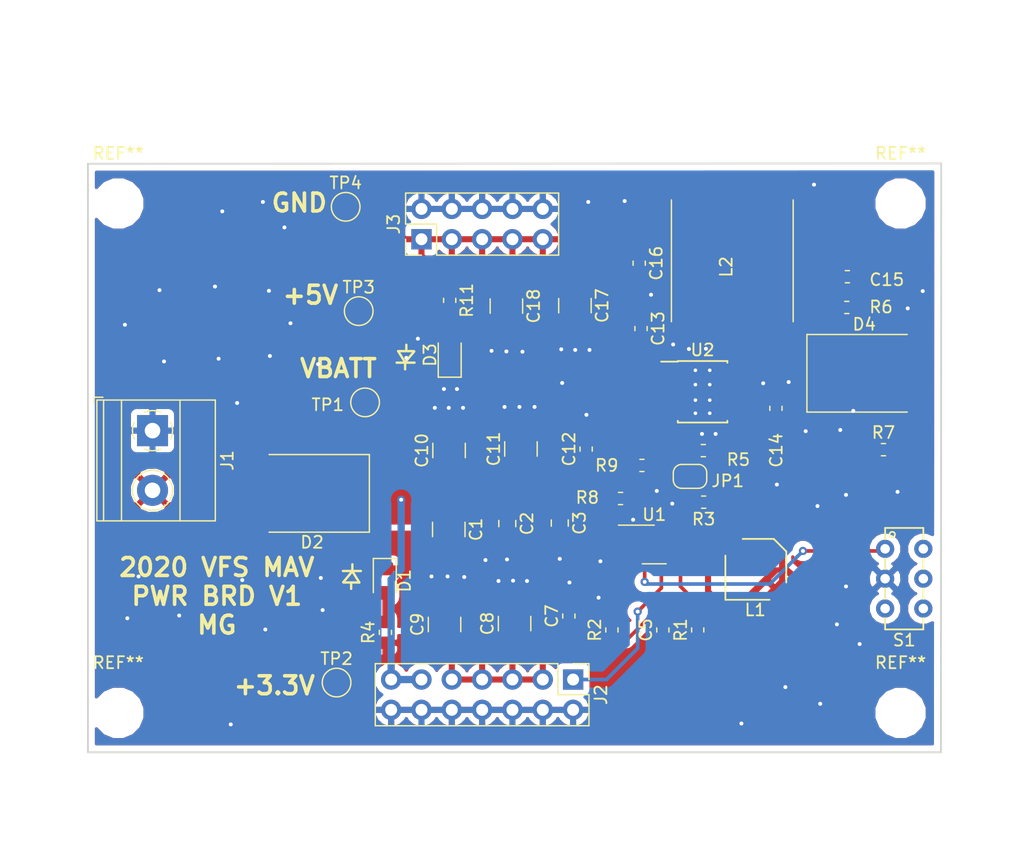
<source format=kicad_pcb>
(kicad_pcb (version 20171130) (host pcbnew "(5.0.0)")
  (layers (0 F.Cu signal) (31 B.Cu signal) (34 B.Paste user) (35 F.Paste user) (36 B.SilkS user) (37 F.SilkS user) (38 B.Mask user) (39 F.Mask user) (44 Edge.Cuts user))
  (net 0 "")
  (net 1 +BATT)
  (net 2 Earth)
  (net 3 "Net-(C5-Pad2)")
  (net 4 +3V3)
  (net 5 "Net-(C13-Pad1)")
  (net 6 "Net-(C13-Pad2)")
  (net 7 "Net-(C14-Pad1)")
  (net 8 +5V)
  (net 9 "Net-(C15-Pad2)")
  (net 10 "Net-(D1-Pad2)")
  (net 11 "Net-(D2-Pad2)")
  (net 12 "Net-(D3-Pad2)")
  (net 13 MCU_ENABLE)
  (net 14 "Net-(L1-Pad1)")
  (net 15 "Net-(R5-Pad2)")
  (net 16 "Net-(R8-Pad2)")
  (net 17 "Net-(S1-Pad3)")
  (net 18 "Net-(S1-Pad4)")
  (net 19 "Net-(S1-Pad5)")
  (net 20 "Net-(S1-Pad6)")
  (net 21 "Net-(JP1-Pad2)")
  (module MountingHole:MountingHole_3.2mm_M3 (layer F.Cu) (at 156.3624 74.2188)
    (fp_text reference REF** (at 0 -4.2) (layer F.SilkS))
    (fp_text value MountingHole_3.2mm_M3)
    (pad 1 np_thru_hole circle (at 0 0) (size 3.2 3.2) (drill 3.2) (layers *.Cu *.Mask))
  )
  (module MountingHole:MountingHole_3.2mm_M3 (layer F.Cu) (at 156.3624 116.8908)
    (fp_text reference REF** (at 0 -4.2) (layer F.SilkS))
    (fp_text value MountingHole_3.2mm_M3)
    (pad 1 np_thru_hole circle (at 0 0) (size 3.2 3.2) (drill 3.2) (layers *.Cu *.Mask))
  )
  (module MountingHole:MountingHole_3.2mm_M3 (layer F.Cu) (at 90.8304 116.8908)
    (fp_text reference REF** (at 0 -4.2) (layer F.SilkS))
    (fp_text value MountingHole_3.2mm_M3)
    (pad 1 np_thru_hole circle (at 0 0) (size 3.2 3.2) (drill 3.2) (layers *.Cu *.Mask))
  )
  (module Capacitor_SMD:C_1210_3225Metric_Pad1.42x2.65mm_HandSolder (layer F.Cu) (at 118.5164 101.5238 270)
    (fp_text reference C1 (at 0 -2.28 270) (layer F.SilkS))
    (fp_text value 22uF)
    (pad 1 smd roundrect (at -1.4875 0 270) (size 1.425 2.65) (layers F.Cu F.Paste F.Mask) (roundrect_rratio 0.175439) (net 1 +BATT))
    (pad 2 smd roundrect (at 1.4875 0 270) (size 1.425 2.65) (layers F.Cu F.Paste F.Mask) (roundrect_rratio 0.175439) (net 2 Earth))
  )
  (module Capacitor_SMD:C_0805_2012Metric_Pad1.15x1.40mm_HandSolder (layer F.Cu) (at 123.4186 101.0322 270)
    (fp_text reference C2 (at 0 -1.65 270) (layer F.SilkS))
    (fp_text value 10uF)
    (pad 2 smd roundrect (at 1.025 0 270) (size 1.15 1.4) (layers F.Cu F.Paste F.Mask) (roundrect_rratio 0.217391) (net 2 Earth))
    (pad 1 smd roundrect (at -1.025 0 270) (size 1.15 1.4) (layers F.Cu F.Paste F.Mask) (roundrect_rratio 0.217391) (net 1 +BATT))
  )
  (module Capacitor_SMD:C_0805_2012Metric_Pad1.15x1.40mm_HandSolder (layer F.Cu) (at 127.8128 100.9904 270)
    (fp_text reference C3 (at 0 -1.65 270) (layer F.SilkS))
    (fp_text value 10uF)
    (pad 1 smd roundrect (at -1.025 0 270) (size 1.15 1.4) (layers F.Cu F.Paste F.Mask) (roundrect_rratio 0.217391) (net 1 +BATT))
    (pad 2 smd roundrect (at 1.025 0 270) (size 1.15 1.4) (layers F.Cu F.Paste F.Mask) (roundrect_rratio 0.217391) (net 2 Earth))
  )
  (module Capacitor_SMD:C_0603_1608Metric_Pad1.05x0.95mm_HandSolder (layer F.Cu) (at 136.4488 109.9452 90)
    (fp_text reference C5 (at 0 -1.43 90) (layer F.SilkS))
    (fp_text value Cff)
    (pad 2 smd roundrect (at 0.875 0 90) (size 1.05 0.95) (layers F.Cu F.Paste F.Mask) (net 3 "Net-(C5-Pad2)"))
    (pad 1 smd roundrect (at -0.875 0 90) (size 1.05 0.95) (layers F.Cu F.Paste F.Mask) (net 4 +3V3))
  )
  (module Capacitor_SMD:C_0603_1608Metric_Pad1.05x0.95mm_HandSolder (layer F.Cu) (at 128.5748 108.7768 90)
    (fp_text reference C7 (at 0 -1.43 90) (layer F.SilkS))
    (fp_text value 1uF)
    (pad 2 smd roundrect (at 0.875 0 90) (size 1.05 0.95) (layers F.Cu F.Paste F.Mask) (net 2 Earth))
    (pad 1 smd roundrect (at -0.875 0 90) (size 1.05 0.95) (layers F.Cu F.Paste F.Mask) (net 4 +3V3))
  )
  (module Capacitor_SMD:C_1210_3225Metric_Pad1.42x2.65mm_HandSolder (layer F.Cu) (at 124.0282 109.4089 90)
    (fp_text reference C8 (at 0 -2.28 90) (layer F.SilkS))
    (fp_text value 22uF)
    (pad 1 smd roundrect (at -1.4875 0 90) (size 1.425 2.65) (layers F.Cu F.Paste F.Mask) (roundrect_rratio 0.175439) (net 4 +3V3))
    (pad 2 smd roundrect (at 1.4875 0 90) (size 1.425 2.65) (layers F.Cu F.Paste F.Mask) (roundrect_rratio 0.175439) (net 2 Earth))
  )
  (module Capacitor_SMD:C_1210_3225Metric_Pad1.42x2.65mm_HandSolder (layer F.Cu) (at 118.1608 109.4851 90)
    (fp_text reference C9 (at 0 -2.28 90) (layer F.SilkS))
    (fp_text value 22uF)
    (pad 1 smd roundrect (at -1.4875 0 90) (size 1.425 2.65) (layers F.Cu F.Paste F.Mask) (roundrect_rratio 0.175439) (net 4 +3V3))
    (pad 2 smd roundrect (at 1.4875 0 90) (size 1.425 2.65) (layers F.Cu F.Paste F.Mask) (roundrect_rratio 0.175439) (net 2 Earth))
  )
  (module Capacitor_SMD:C_1210_3225Metric_Pad1.42x2.65mm_HandSolder (layer F.Cu) (at 118.5418 94.9087 90)
    (fp_text reference C10 (at 0 -2.28 90) (layer F.SilkS))
    (fp_text value 4.7uF)
    (pad 1 smd roundrect (at -1.4875 0 90) (size 1.425 2.65) (layers F.Cu F.Paste F.Mask) (roundrect_rratio 0.175439) (net 1 +BATT))
    (pad 2 smd roundrect (at 1.4875 0 90) (size 1.425 2.65) (layers F.Cu F.Paste F.Mask) (roundrect_rratio 0.175439) (net 2 Earth))
  )
  (module Capacitor_SMD:C_1210_3225Metric_Pad1.42x2.65mm_HandSolder (layer F.Cu) (at 124.5616 94.7817 90)
    (fp_text reference C11 (at 0 -2.28 90) (layer F.SilkS))
    (fp_text value 4.7uF)
    (pad 2 smd roundrect (at 1.4875 0 90) (size 1.425 2.65) (layers F.Cu F.Paste F.Mask) (roundrect_rratio 0.175439) (net 2 Earth))
    (pad 1 smd roundrect (at -1.4875 0 90) (size 1.425 2.65) (layers F.Cu F.Paste F.Mask) (roundrect_rratio 0.175439) (net 1 +BATT))
  )
  (module Capacitor_SMD:C_0603_1608Metric_Pad1.05x0.95mm_HandSolder (layer F.Cu) (at 130.0226 94.7928 90)
    (fp_text reference C12 (at 0 -1.43 90) (layer F.SilkS))
    (fp_text value 1uF)
    (pad 2 smd roundrect (at 0.875 0 90) (size 1.05 0.95) (layers F.Cu F.Paste F.Mask) (net 2 Earth))
    (pad 1 smd roundrect (at -0.875 0 90) (size 1.05 0.95) (layers F.Cu F.Paste F.Mask) (net 1 +BATT))
  )
  (module Capacitor_SMD:C_0603_1608Metric_Pad1.05x0.95mm_HandSolder (layer F.Cu) (at 134.62 84.6976 270)
    (fp_text reference C13 (at 0 -1.43 270) (layer F.SilkS))
    (fp_text value .1uF)
    (pad 1 smd roundrect (at -0.875 0 270) (size 1.05 0.95) (layers F.Cu F.Paste F.Mask) (net 5 "Net-(C13-Pad1)"))
    (pad 2 smd roundrect (at 0.875 0 270) (size 1.05 0.95) (layers F.Cu F.Paste F.Mask) (net 6 "Net-(C13-Pad2)"))
  )
  (module Capacitor_SMD:C_0603_1608Metric_Pad1.05x0.95mm_HandSolder (layer F.Cu) (at 145.923 91.3778 90)
    (fp_text reference C14 (at -3.5166 0.0254 90) (layer F.SilkS))
    (fp_text value 22nF)
    (pad 1 smd roundrect (at -0.875 0 90) (size 1.05 0.95) (layers F.Cu F.Paste F.Mask) (net 7 "Net-(C14-Pad1)"))
    (pad 2 smd roundrect (at 0.875 0 90) (size 1.05 0.95) (layers F.Cu F.Paste F.Mask) (net 2 Earth))
  )
  (module Capacitor_SMD:C_0603_1608Metric_Pad1.05x0.95mm_HandSolder (layer F.Cu) (at 151.9047 80.3529)
    (fp_text reference C15 (at 3.302 0.254) (layer F.SilkS))
    (fp_text value 330pF)
    (pad 1 smd roundrect (at -0.875 0) (size 1.05 0.95) (layers F.Cu F.Paste F.Mask) (net 8 +5V))
    (pad 2 smd roundrect (at 0.875 0) (size 1.05 0.95) (layers F.Cu F.Paste F.Mask) (net 9 "Net-(C15-Pad2)"))
  )
  (module Capacitor_SMD:C_0603_1608Metric_Pad1.05x0.95mm_HandSolder (layer F.Cu) (at 134.4676 79.2226 270)
    (fp_text reference C16 (at 0 -1.43 270) (layer F.SilkS))
    (fp_text value 1uF)
    (pad 1 smd roundrect (at -0.875 0 270) (size 1.05 0.95) (layers F.Cu F.Paste F.Mask) (net 8 +5V))
    (pad 2 smd roundrect (at 0.875 0 270) (size 1.05 0.95) (layers F.Cu F.Paste F.Mask) (net 2 Earth))
  )
  (module Capacitor_SMD:C_1210_3225Metric_Pad1.42x2.65mm_HandSolder (layer F.Cu) (at 129.0828 82.7786 270)
    (fp_text reference C17 (at 0 -2.28 270) (layer F.SilkS))
    (fp_text value 22uF)
    (pad 2 smd roundrect (at 1.4875 0 270) (size 1.425 2.65) (layers F.Cu F.Paste F.Mask) (roundrect_rratio 0.175439) (net 2 Earth))
    (pad 1 smd roundrect (at -1.4875 0 270) (size 1.425 2.65) (layers F.Cu F.Paste F.Mask) (roundrect_rratio 0.175439) (net 8 +5V))
  )
  (module Capacitor_SMD:C_1210_3225Metric_Pad1.42x2.65mm_HandSolder (layer F.Cu) (at 123.3424 82.8151 270)
    (fp_text reference C18 (at 0 -2.28 270) (layer F.SilkS))
    (fp_text value 22uF)
    (pad 2 smd roundrect (at 1.4875 0 270) (size 1.425 2.65) (layers F.Cu F.Paste F.Mask) (roundrect_rratio 0.175439) (net 2 Earth))
    (pad 1 smd roundrect (at -1.4875 0 270) (size 1.425 2.65) (layers F.Cu F.Paste F.Mask) (roundrect_rratio 0.175439) (net 8 +5V))
  )
  (module LED_SMD:LED_0805_2012Metric_Pad1.15x1.40mm_HandSolder (layer F.Cu) (at 113.157 105.8164 270)
    (fp_text reference D1 (at 0 -1.65 270) (layer F.SilkS))
    (fp_text value LED)
    (pad 1 smd roundrect (at -1.025 0 270) (size 1.15 1.4) (layers F.Cu F.Paste F.Mask) (roundrect_rratio 0.217391) (net 2 Earth))
    (pad 2 smd roundrect (at 1.025 0 270) (size 1.15 1.4) (layers F.Cu F.Paste F.Mask) (roundrect_rratio 0.217391) (net 10 "Net-(D1-Pad2)"))
  )
  (module LED_SMD:LED_0805_2012Metric_Pad1.15x1.40mm_HandSolder (layer F.Cu) (at 118.5926 86.9098 90)
    (fp_text reference D3 (at 0 -1.65 90) (layer F.SilkS))
    (fp_text value LED)
    (pad 2 smd roundrect (at 1.025 0 90) (size 1.15 1.4) (layers F.Cu F.Paste F.Mask) (roundrect_rratio 0.217391) (net 12 "Net-(D3-Pad2)"))
    (pad 1 smd roundrect (at -1.025 0 90) (size 1.15 1.4) (layers F.Cu F.Paste F.Mask) (roundrect_rratio 0.217391) (net 2 Earth))
  )
  (module TerminalBlock_Phoenix:TerminalBlock_Phoenix_MKDS-1,5-2_1x02_P5.00mm_Horizontal (layer F.Cu) (at 93.7006 93.2472 270)
    (fp_text reference J1 (at 2.5 -6.26 270) (layer F.SilkS))
    (fp_text value Screw_Terminal_01x02)
    (pad 1 thru_hole rect (at 0 0 270) (size 2.6 2.6) (drill 1.3) (layers *.Cu *.Mask) (net 2 Earth))
    (pad 2 thru_hole circle (at 5 0 270) (size 2.6 2.6) (drill 1.3) (layers *.Cu *.Mask) (net 11 "Net-(D2-Pad2)"))
  )
  (module Connector_PinHeader_2.54mm:PinHeader_2x05_P2.54mm_Vertical (layer F.Cu) (at 116.2304 77.216 90)
    (fp_text reference J3 (at 1.27 -2.33 90) (layer F.SilkS))
    (fp_text value CONN_02X05)
    (pad 1 thru_hole rect (at 0 0 90) (size 1.7 1.7) (drill 1) (layers *.Cu *.Mask) (net 8 +5V))
    (pad 2 thru_hole oval (at 2.54 0 90) (size 1.7 1.7) (drill 1) (layers *.Cu *.Mask) (net 2 Earth))
    (pad 3 thru_hole oval (at 0 2.54 90) (size 1.7 1.7) (drill 1) (layers *.Cu *.Mask) (net 8 +5V))
    (pad 4 thru_hole oval (at 2.54 2.54 90) (size 1.7 1.7) (drill 1) (layers *.Cu *.Mask) (net 2 Earth))
    (pad 5 thru_hole oval (at 0 5.08 90) (size 1.7 1.7) (drill 1) (layers *.Cu *.Mask) (net 8 +5V))
    (pad 6 thru_hole oval (at 2.54 5.08 90) (size 1.7 1.7) (drill 1) (layers *.Cu *.Mask) (net 2 Earth))
    (pad 7 thru_hole oval (at 0 7.62 90) (size 1.7 1.7) (drill 1) (layers *.Cu *.Mask) (net 8 +5V))
    (pad 8 thru_hole oval (at 2.54 7.62 90) (size 1.7 1.7) (drill 1) (layers *.Cu *.Mask) (net 2 Earth))
    (pad 9 thru_hole oval (at 0 10.16 90) (size 1.7 1.7) (drill 1) (layers *.Cu *.Mask) (net 8 +5V))
    (pad 10 thru_hole oval (at 2.54 10.16 90) (size 1.7 1.7) (drill 1) (layers *.Cu *.Mask) (net 2 Earth))
  )
  (module DesignFootprintLib:L_Sumida_4.9x4.9mm_diag (layer F.Cu) (at 144.2368 104.8668)
    (fp_text reference L1 (at -0.05 3.4) (layer F.SilkS))
    (fp_text value 3.3uH)
    (pad 1 smd rect (at -2.2 -2.2 45) (size 2 2.2) (layers F.Cu F.Paste F.Mask) (net 14 "Net-(L1-Pad1)"))
    (pad 2 smd rect (at 2.2 2.2 45) (size 2 2.2) (layers F.Cu F.Paste F.Mask) (net 4 +3V3))
  )
  (module Inductor_SMD:L_TDK_VLF10040 (layer F.Cu) (at 142.2654 79.0236 90)
    (fp_text reference L2 (at -0.5038 -0.508 90) (layer F.SilkS))
    (fp_text value 4.7uH)
    (pad 1 smd rect (at -4.5 0 90) (size 1.7 3.6) (layers F.Cu F.Paste F.Mask) (net 5 "Net-(C13-Pad1)"))
    (pad 2 smd rect (at 4.5 0 90) (size 1.7 3.6) (layers F.Cu F.Paste F.Mask) (net 8 +5V))
  )
  (module Resistor_SMD:R_0603_1608Metric_Pad1.05x0.95mm_HandSolder (layer F.Cu) (at 139.3698 109.9452 90)
    (fp_text reference R1 (at 0 -1.43 90) (layer F.SilkS))
    (fp_text value 562k)
    (pad 2 smd roundrect (at 0.875 0 90) (size 1.05 0.95) (layers F.Cu F.Paste F.Mask) (net 3 "Net-(C5-Pad2)"))
    (pad 1 smd roundrect (at -0.875 0 90) (size 1.05 0.95) (layers F.Cu F.Paste F.Mask) (net 4 +3V3))
  )
  (module Resistor_SMD:R_0603_1608Metric_Pad1.05x0.95mm_HandSolder (layer F.Cu) (at 132.1816 109.9452 90)
    (fp_text reference R2 (at 0 -1.43 90) (layer F.SilkS))
    (fp_text value 180k)
    (pad 1 smd roundrect (at -0.875 0 90) (size 1.05 0.95) (layers F.Cu F.Paste F.Mask) (net 3 "Net-(C5-Pad2)"))
    (pad 2 smd roundrect (at 0.875 0 90) (size 1.05 0.95) (layers F.Cu F.Paste F.Mask) (net 2 Earth))
  )
  (module Resistor_SMD:R_0603_1608Metric_Pad1.05x0.95mm_HandSolder (layer F.Cu) (at 139.8664 99.2378 180)
    (fp_text reference R3 (at 0 -1.43 180) (layer F.SilkS))
    (fp_text value 10k)
    (pad 2 smd roundrect (at 0.875 0 180) (size 1.05 0.95) (layers F.Cu F.Paste F.Mask) (net 13 MCU_ENABLE))
    (pad 1 smd roundrect (at -0.875 0 180) (size 1.05 0.95) (layers F.Cu F.Paste F.Mask) (net 4 +3V3))
  )
  (module Resistor_SMD:R_0603_1608Metric_Pad1.05x0.95mm_HandSolder (layer F.Cu) (at 113.2078 110.1458 90)
    (fp_text reference R4 (at 0 -1.43 90) (layer F.SilkS))
    (fp_text value 1.2k)
    (pad 1 smd roundrect (at -0.875 0 90) (size 1.05 0.95) (layers F.Cu F.Paste F.Mask) (net 4 +3V3))
    (pad 2 smd roundrect (at 0.875 0 90) (size 1.05 0.95) (layers F.Cu F.Paste F.Mask) (net 10 "Net-(D1-Pad2)"))
  )
  (module Resistor_SMD:R_0603_1608Metric_Pad1.05x0.95mm_HandSolder (layer F.Cu) (at 139.8384 94.9198 180)
    (fp_text reference R5 (at -2.935 -0.762 180) (layer F.SilkS))
    (fp_text value 20k)
    (pad 1 smd roundrect (at -0.875 0 180) (size 1.05 0.95) (layers F.Cu F.Paste F.Mask) (net 2 Earth))
    (pad 2 smd roundrect (at 0.875 0 180) (size 1.05 0.95) (layers F.Cu F.Paste F.Mask) (net 15 "Net-(R5-Pad2)"))
  )
  (module Resistor_SMD:R_0603_1608Metric_Pad1.05x0.95mm_HandSolder (layer F.Cu) (at 151.8552 82.931 180)
    (fp_text reference R6 (at -2.8689 0.0381 180) (layer F.SilkS))
    (fp_text value 68k)
    (pad 1 smd roundrect (at -0.875 0 180) (size 1.05 0.95) (layers F.Cu F.Paste F.Mask) (net 9 "Net-(C15-Pad2)"))
    (pad 2 smd roundrect (at 0.875 0 180) (size 1.05 0.95) (layers F.Cu F.Paste F.Mask) (net 8 +5V))
  )
  (module Resistor_SMD:R_0603_1608Metric_Pad1.05x0.95mm_HandSolder (layer F.Cu) (at 154.9286 94.8436)
    (fp_text reference R7 (at 0 -1.43) (layer F.SilkS))
    (fp_text value 12k)
    (pad 2 smd roundrect (at 0.875 0) (size 1.05 0.95) (layers F.Cu F.Paste F.Mask) (net 2 Earth))
    (pad 1 smd roundrect (at -0.875 0) (size 1.05 0.95) (layers F.Cu F.Paste F.Mask) (net 9 "Net-(C15-Pad2)"))
  )
  (module Resistor_SMD:R_0603_1608Metric_Pad1.05x0.95mm_HandSolder (layer F.Cu) (at 132.9068 98.933)
    (fp_text reference R8 (at -2.7826 -0.0762) (layer F.SilkS))
    (fp_text value 180k)
    (pad 2 smd roundrect (at 0.875 0) (size 1.05 0.95) (layers F.Cu F.Paste F.Mask) (net 16 "Net-(R8-Pad2)"))
    (pad 1 smd roundrect (at -0.875 0) (size 1.05 0.95) (layers F.Cu F.Paste F.Mask) (net 1 +BATT))
  )
  (module Resistor_SMD:R_0603_1608Metric_Pad1.05x0.95mm_HandSolder (layer F.Cu) (at 134.6962 96.1644 180)
    (fp_text reference R9 (at 2.9464 0 180) (layer F.SilkS))
    (fp_text value 80k)
    (pad 2 smd roundrect (at 0.875 0 180) (size 1.05 0.95) (layers F.Cu F.Paste F.Mask) (net 16 "Net-(R8-Pad2)"))
    (pad 1 smd roundrect (at -0.875 0 180) (size 1.05 0.95) (layers F.Cu F.Paste F.Mask) (net 2 Earth))
  )
  (module Resistor_SMD:R_0603_1608Metric_Pad1.05x0.95mm_HandSolder (layer F.Cu) (at 118.5926 82.3354 270)
    (fp_text reference R11 (at 0 -1.43 270) (layer F.SilkS))
    (fp_text value 2.71k)
    (pad 1 smd roundrect (at -0.875 0 270) (size 1.05 0.95) (layers F.Cu F.Paste F.Mask) (net 8 +5V))
    (pad 2 smd roundrect (at 0.875 0 270) (size 1.05 0.95) (layers F.Cu F.Paste F.Mask) (net 12 "Net-(D3-Pad2)"))
  )
  (module DesignFootprintLib:SPDT_MHSS1104 (layer F.Cu) (at 155.067 103.1494)
    (fp_text reference S1 (at 1.6 7.65) (layer F.SilkS))
    (fp_text value SPDT_MHSS1104)
    (pad 1 thru_hole circle (at 0 0) (size 1.524 1.524) (drill 0.8) (layers *.Cu *.Mask) (net 16 "Net-(R8-Pad2)"))
    (pad 2 thru_hole circle (at 0 2.5) (size 1.524 1.524) (drill 0.8) (layers *.Cu *.Mask) (net 2 Earth))
    (pad 3 thru_hole circle (at 0 5) (size 1.524 1.524) (drill 0.8) (layers *.Cu *.Mask) (net 17 "Net-(S1-Pad3)"))
    (pad 4 thru_hole circle (at 3.2 5) (size 1.524 1.524) (drill 0.8) (layers *.Cu *.Mask) (net 18 "Net-(S1-Pad4)"))
    (pad 5 thru_hole circle (at 3.2 2.5) (size 1.524 1.524) (drill 0.8) (layers *.Cu *.Mask) (net 19 "Net-(S1-Pad5)"))
    (pad 6 thru_hole circle (at 3.2 0) (size 1.524 1.524) (drill 0.8) (layers *.Cu *.Mask) (net 20 "Net-(S1-Pad6)"))
  )
  (module TestPoint:TestPoint_Pad_D2.0mm (layer F.Cu) (at 111.506 90.8812)
    (fp_text reference TP1 (at -3.1242 0.2032) (layer F.SilkS))
    (fp_text value TestPoint)
    (pad 1 smd circle (at 0 0) (size 2 2) (layers F.Cu F.Mask) (net 1 +BATT))
  )
  (module TestPoint:TestPoint_Pad_D2.0mm (layer F.Cu) (at 109.1184 114.3508)
    (fp_text reference TP2 (at 0 -1.998) (layer F.SilkS))
    (fp_text value TestPoint)
    (pad 1 smd circle (at 0 0) (size 2 2) (layers F.Cu F.Mask) (net 4 +3V3))
  )
  (module TestPoint:TestPoint_Pad_D2.0mm (layer F.Cu) (at 110.9726 83.2358)
    (fp_text reference TP3 (at 0 -1.998) (layer F.SilkS))
    (fp_text value TestPoint)
    (pad 1 smd circle (at 0 0) (size 2 2) (layers F.Cu F.Mask) (net 8 +5V))
  )
  (module TestPoint:TestPoint_Pad_D2.0mm (layer F.Cu) (at 109.8804 74.4982)
    (fp_text reference TP4 (at 0 -1.998) (layer F.SilkS))
    (fp_text value TestPoint)
    (pad 1 smd circle (at 0 0) (size 2 2) (layers F.Cu F.Mask) (net 2 Earth))
  )
  (module Package_SO:VSSOP-8_3.0x3.0mm_P0.65mm (layer F.Cu) (at 135.7278 102.784)
    (fp_text reference U1 (at 0 -2.5) (layer F.SilkS))
    (fp_text value TPS62160)
    (pad 1 smd rect (at -2.2 -0.975 270) (size 0.45 1.45) (layers F.Cu F.Paste F.Mask) (net 2 Earth))
    (pad 2 smd rect (at -2.2 -0.325 270) (size 0.45 1.45) (layers F.Cu F.Paste F.Mask) (net 1 +BATT))
    (pad 3 smd rect (at -2.2 0.325 270) (size 0.45 1.45) (layers F.Cu F.Paste F.Mask) (net 16 "Net-(R8-Pad2)"))
    (pad 4 smd rect (at -2.2 0.975 270) (size 0.45 1.45) (layers F.Cu F.Paste F.Mask) (net 2 Earth))
    (pad 5 smd rect (at 2.2 0.975 270) (size 0.45 1.45) (layers F.Cu F.Paste F.Mask) (net 3 "Net-(C5-Pad2)"))
    (pad 6 smd rect (at 2.2 0.325 270) (size 0.45 1.45) (layers F.Cu F.Paste F.Mask) (net 4 +3V3))
    (pad 7 smd rect (at 2.2 -0.325 270) (size 0.45 1.45) (layers F.Cu F.Paste F.Mask) (net 14 "Net-(L1-Pad1)"))
    (pad 8 smd rect (at 2.2 -0.975 270) (size 0.45 1.45) (layers F.Cu F.Paste F.Mask) (net 13 MCU_ENABLE))
  )
  (module Housings_SOIC:TI_SO-PowerPAD-8_ThermalVias (layer F.Cu) (at 139.7762 89.9922)
    (fp_text reference U2 (at 0 -3.5) (layer F.SilkS))
    (fp_text value LMR14050)
    (pad 9 smd rect (at 0 0) (size 2.6 3.1) (layers F.Cu F.Paste F.Mask) (net 2 Earth))
    (pad 9 smd rect (at 0 0) (size 2.95 4.5) (layers F.Cu) (net 2 Earth))
    (pad 1 smd rect (at -2.7 -1.905) (size 1.55 0.6) (layers F.Cu F.Paste F.Mask) (net 6 "Net-(C13-Pad2)"))
    (pad 2 smd rect (at -2.7 -0.635) (size 1.55 0.6) (layers F.Cu F.Paste F.Mask) (net 1 +BATT))
    (pad 3 smd rect (at -2.7 0.635) (size 1.55 0.6) (layers F.Cu F.Paste F.Mask) (net 21 "Net-(JP1-Pad2)"))
    (pad 4 smd rect (at -2.7 1.905) (size 1.55 0.6) (layers F.Cu F.Paste F.Mask) (net 15 "Net-(R5-Pad2)"))
    (pad 5 smd rect (at 2.7 1.905) (size 1.55 0.6) (layers F.Cu F.Paste F.Mask) (net 9 "Net-(C15-Pad2)"))
    (pad 6 smd rect (at 2.7 0.635) (size 1.55 0.6) (layers F.Cu F.Paste F.Mask) (net 7 "Net-(C14-Pad1)"))
    (pad 7 smd rect (at 2.7 -0.635) (size 1.55 0.6) (layers F.Cu F.Paste F.Mask) (net 2 Earth))
    (pad 8 smd rect (at 2.7 -1.905) (size 1.55 0.6) (layers F.Cu F.Paste F.Mask) (net 5 "Net-(C13-Pad1)"))
    (pad 9 smd rect (at 0 0) (size 2.95 4.5) (layers B.Cu) (net 2 Earth))
    (pad 9 thru_hole circle (at -0.6 -1.8) (size 0.6 0.6) (drill 0.3) (layers *.Cu) (net 2 Earth))
    (pad 9 thru_hole circle (at -0.6 -0.6) (size 0.6 0.6) (drill 0.3) (layers *.Cu) (net 2 Earth))
    (pad 9 thru_hole circle (at 0.6 -0.6) (size 0.6 0.6) (drill 0.3) (layers *.Cu) (net 2 Earth))
    (pad 9 thru_hole circle (at 0.6 -1.8) (size 0.6 0.6) (drill 0.3) (layers *.Cu) (net 2 Earth))
    (pad 9 thru_hole circle (at -0.6 1.8) (size 0.6 0.6) (drill 0.3) (layers *.Cu) (net 2 Earth))
    (pad 9 thru_hole circle (at -0.6 0.7) (size 0.6 0.6) (drill 0.3) (layers *.Cu) (net 2 Earth))
    (pad 9 thru_hole circle (at 0.6 0.7) (size 0.6 0.6) (drill 0.3) (layers *.Cu) (net 2 Earth))
    (pad 9 thru_hole circle (at 0.6 1.8) (size 0.6 0.6) (drill 0.3) (layers *.Cu) (net 2 Earth))
  )
  (module Diode_SMD:D_SMC (layer F.Cu) (at 107.0646 98.5012 180)
    (fp_text reference D2 (at 0 -4.1 180) (layer F.SilkS))
    (fp_text value CDBC540-G)
    (pad 2 smd rect (at 3.4 0 270) (size 3.3 2.5) (layers F.Cu F.Paste F.Mask) (net 11 "Net-(D2-Pad2)"))
    (pad 1 smd rect (at -3.4 0 270) (size 3.3 2.5) (layers F.Cu F.Paste F.Mask) (net 1 +BATT))
  )
  (module Diode_SMD:D_SMC (layer F.Cu) (at 153.318 88.4428)
    (fp_text reference D4 (at 0 -4.1) (layer F.SilkS))
    (fp_text value CDBC540-G)
    (pad 1 smd rect (at -3.4 0 90) (size 3.3 2.5) (layers F.Cu F.Paste F.Mask) (net 5 "Net-(C13-Pad1)"))
    (pad 2 smd rect (at 3.4 0 90) (size 3.3 2.5) (layers F.Cu F.Paste F.Mask) (net 2 Earth))
  )
  (module Connector_PinHeader_2.54mm:PinHeader_2x07_P2.54mm_Vertical (layer F.Cu) (at 128.9304 114.0968 270)
    (fp_text reference J2 (at 1.27 -2.33 270) (layer F.SilkS))
    (fp_text value Conn_02x07_Odd_Even)
    (pad 1 thru_hole rect (at 0 0 270) (size 1.7 1.7) (drill 1) (layers *.Cu *.Mask) (net 13 MCU_ENABLE))
    (pad 2 thru_hole oval (at 2.54 0 270) (size 1.7 1.7) (drill 1) (layers *.Cu *.Mask) (net 2 Earth))
    (pad 3 thru_hole oval (at 0 2.54 270) (size 1.7 1.7) (drill 1) (layers *.Cu *.Mask) (net 4 +3V3))
    (pad 4 thru_hole oval (at 2.54 2.54 270) (size 1.7 1.7) (drill 1) (layers *.Cu *.Mask) (net 2 Earth))
    (pad 5 thru_hole oval (at 0 5.08 270) (size 1.7 1.7) (drill 1) (layers *.Cu *.Mask) (net 4 +3V3))
    (pad 6 thru_hole oval (at 2.54 5.08 270) (size 1.7 1.7) (drill 1) (layers *.Cu *.Mask) (net 2 Earth))
    (pad 7 thru_hole oval (at 0 7.62 270) (size 1.7 1.7) (drill 1) (layers *.Cu *.Mask) (net 4 +3V3))
    (pad 8 thru_hole oval (at 2.54 7.62 270) (size 1.7 1.7) (drill 1) (layers *.Cu *.Mask) (net 2 Earth))
    (pad 9 thru_hole oval (at 0 10.16 270) (size 1.7 1.7) (drill 1) (layers *.Cu *.Mask) (net 4 +3V3))
    (pad 10 thru_hole oval (at 2.54 10.16 270) (size 1.7 1.7) (drill 1) (layers *.Cu *.Mask) (net 2 Earth))
    (pad 11 thru_hole oval (at 0 12.7 270) (size 1.7 1.7) (drill 1) (layers *.Cu *.Mask) (net 1 +BATT))
    (pad 12 thru_hole oval (at 2.54 12.7 270) (size 1.7 1.7) (drill 1) (layers *.Cu *.Mask) (net 2 Earth))
    (pad 13 thru_hole oval (at 0 15.24 270) (size 1.7 1.7) (drill 1) (layers *.Cu *.Mask) (net 1 +BATT))
    (pad 14 thru_hole oval (at 2.54 15.24 270) (size 1.7 1.7) (drill 1) (layers *.Cu *.Mask) (net 2 Earth))
  )
  (module MountingHole:MountingHole_3.2mm_M3 (layer F.Cu) (at 90.8304 74.2188)
    (fp_text reference REF** (at 0 -4.2) (layer F.SilkS))
    (fp_text value MountingHole_3.2mm_M3)
    (pad 1 np_thru_hole circle (at 0 0) (size 3.2 3.2) (drill 3.2) (layers *.Cu *.Mask))
  )
  (module Jumper:SolderJumper-2_P1.3mm_Open_RoundedPad1.0x1.5mm (layer F.Cu) (at 138.7244 97.0788 180)
    (fp_text reference JP1 (at -3.16 -0.381 180) (layer F.SilkS))
    (fp_text value SolderJumper_2_Open)
    (pad 1 smd custom (at -0.65 0 180) (size 1 0.5) (layers F.Cu F.Mask) (net 13 MCU_ENABLE) (options (clearance outline) (anchor rect)) (primitives (gr_circle (center 0 0.25) (end 0.5 0.25) (width 0)) (gr_circle (center 0 -0.25) (end 0.5 -0.25) (width 0)) (gr_poly (pts (xy 0 -0.75) (xy 0.5 -0.75) (xy 0.5 0.75) (xy 0 0.75)) (width 0))))
    (pad 2 smd custom (at 0.65 0 180) (size 1 0.5) (layers F.Cu F.Mask) (net 21 "Net-(JP1-Pad2)") (options (clearance outline) (anchor rect)) (primitives (gr_circle (center 0 0.25) (end 0.5 0.25) (width 0)) (gr_circle (center 0 -0.25) (end 0.5 -0.25) (width 0)) (gr_poly (pts (xy 0 -0.75) (xy -0.5 -0.75) (xy -0.5 0.75) (xy 0 0.75)) (width 0))))
  )
  (gr_text VBATT (at 109.2708 88.0364) (layer F.SilkS) (effects (font (size 1.5 1.5) (thickness 0.3))))
  (gr_line (start 88.2904 70.8914) (end 88.2904 73.3298) (layer Edge.Cuts) (width 0.15))
  (gr_line (start 159.766 70.866) (end 88.2904 70.8914) (layer Edge.Cuts) (width 0.15))
  (gr_line (start 159.766 72.7964) (end 159.766 70.866) (layer Edge.Cuts) (width 0.15))
  (gr_line (start 159.7406 120.1928) (end 159.766 72.7964) (layer Edge.Cuts) (width 0.15))
  (gr_line (start 88.2904 120.1928) (end 159.7406 120.1928) (layer Edge.Cuts) (width 0.15))
  (gr_text +3.3V (at 103.9114 114.6048) (layer F.SilkS) (effects (font (size 1.5 1.5) (thickness 0.3))))
  (gr_text +5V (at 106.934 81.8896) (layer F.SilkS) (effects (font (size 1.5 1.5) (thickness 0.3))))
  (gr_text GND (at 105.9942 74.168) (layer F.SilkS) (effects (font (size 1.5 1.5) (thickness 0.3))))
  (gr_line (start 109.7026 105.9688) (end 111.0234 105.9688) (layer F.SilkS) (width 0.2))
  (gr_line (start 109.6518 105.0036) (end 111.1504 105.0036) (layer F.SilkS) (width 0.2))
  (gr_line (start 110.4392 105.029) (end 109.6772 105.9434) (layer F.SilkS) (width 0.2))
  (gr_line (start 110.3376 106.0196) (end 110.3376 106.5022) (layer F.SilkS) (width 0.2))
  (gr_line (start 111.0234 105.9688) (end 110.4392 105.029) (layer F.SilkS) (width 0.2))
  (gr_line (start 110.4392 105.0036) (end 110.4392 104.4448) (layer F.SilkS) (width 0.2))
  (gr_line (start 114.8588 87.5538) (end 114.8588 88.1126) (layer F.SilkS) (width 0.2))
  (gr_line (start 114.9604 86.5378) (end 114.9604 86.0552) (layer F.SilkS) (width 0.2))
  (gr_line (start 115.5954 86.5886) (end 114.2746 86.5886) (layer F.SilkS) (width 0.2))
  (gr_line (start 115.6462 87.5538) (end 114.1476 87.5538) (layer F.SilkS) (width 0.2))
  (gr_line (start 114.2746 86.5886) (end 114.8588 87.5284) (layer F.SilkS) (width 0.2))
  (gr_line (start 114.8588 87.5284) (end 115.6208 86.614) (layer F.SilkS) (width 0.2))
  (gr_text "2020 VFS MAV\nPWR BRD V1\nMG" (at 99.0854 107.1118) (layer F.SilkS) (effects (font (size 1.5 1.5) (thickness 0.3))))
  (gr_line (start 88.2904 72.669339) (end 88.2904 120.167458) (layer Edge.Cuts) (width 0.15))
  (segment (start 110.4646 98.5012) (end 113.9698 98.5012) (width 0.3048) (layer F.Cu) (net 1))
  (via (at 114.5286 99.0346) (size 0.6858) (drill 0.3302) (layers F.Cu B.Cu) (net 1))
  (segment (start 113.9698 98.5012) (end 114.5032 99.0346) (width 0.3048) (layer F.Cu) (net 1))
  (segment (start 114.5032 99.0346) (end 114.5286 99.0346) (width 0.3048) (layer F.Cu) (net 1))
  (segment (start 132.498 102.459) (end 133.5278 102.459) (width 0.508) (layer F.Cu) (net 1))
  (segment (start 131.1064 102.459) (end 132.498 102.459) (width 0.508) (layer F.Cu) (net 1))
  (segment (start 128.6128 99.9654) (end 131.1064 102.459) (width 0.508) (layer F.Cu) (net 1))
  (segment (start 127.8128 99.9654) (end 128.6128 99.9654) (width 0.3048) (layer F.Cu) (net 1))
  (segment (start 114.5286 99.0346) (end 114.5286 104.8766) (width 0.6096) (layer B.Cu) (net 1))
  (segment (start 114.5286 104.8766) (end 113.6904 105.7148) (width 0.6096) (layer B.Cu) (net 1))
  (segment (start 113.6904 105.7148) (end 113.6904 114.0968) (width 0.6096) (layer B.Cu) (net 1))
  (segment (start 113.6904 114.0968) (end 116.2304 114.0968) (width 0.6096) (layer B.Cu) (net 1))
  (via (at 117.348 91.3384) (size 0.6858) (drill 0.3302) (layers F.Cu B.Cu) (net 2))
  (via (at 118.5164 91.3384) (size 0.6858) (drill 0.3302) (layers F.Cu B.Cu) (net 2))
  (via (at 119.7102 91.3384) (size 0.6858) (drill 0.3302) (layers F.Cu B.Cu) (net 2))
  (via (at 118.11 89.7636) (size 0.6858) (drill 0.3302) (layers F.Cu B.Cu) (net 2))
  (via (at 119.2022 89.7636) (size 0.6858) (drill 0.3302) (layers F.Cu B.Cu) (net 2))
  (via (at 122.0978 86.5632) (size 0.6858) (drill 0.3302) (layers F.Cu B.Cu) (net 2))
  (via (at 123.3424 86.614) (size 0.6858) (drill 0.3302) (layers F.Cu B.Cu) (net 2))
  (via (at 124.6886 86.6394) (size 0.6858) (drill 0.3302) (layers F.Cu B.Cu) (net 2))
  (via (at 127.9398 86.4362) (size 0.6858) (drill 0.3302) (layers F.Cu B.Cu) (net 2))
  (via (at 129.1082 86.487) (size 0.6858) (drill 0.3302) (layers F.Cu B.Cu) (net 2))
  (via (at 130.302 86.487) (size 0.6858) (drill 0.3302) (layers F.Cu B.Cu) (net 2))
  (via (at 123.19 91.2622) (size 0.6858) (drill 0.3302) (layers F.Cu B.Cu) (net 2))
  (via (at 124.4346 91.2622) (size 0.6858) (drill 0.3302) (layers F.Cu B.Cu) (net 2))
  (via (at 125.7046 91.2622) (size 0.6858) (drill 0.3302) (layers F.Cu B.Cu) (net 2))
  (via (at 130.048 91.9226) (size 0.6858) (drill 0.3302) (layers F.Cu B.Cu) (net 2))
  (via (at 135.4582 81.8642) (size 0.6858) (drill 0.3302) (layers F.Cu B.Cu) (net 2))
  (via (at 117.0686 105.4608) (size 0.6858) (drill 0.3302) (layers F.Cu B.Cu) (net 2))
  (via (at 118.4148 105.4608) (size 0.6858) (drill 0.3302) (layers F.Cu B.Cu) (net 2))
  (via (at 119.8118 105.5116) (size 0.6858) (drill 0.3302) (layers F.Cu B.Cu) (net 2))
  (via (at 122.682 105.8418) (size 0.6858) (drill 0.3302) (layers F.Cu B.Cu) (net 2))
  (via (at 123.9012 105.8164) (size 0.6858) (drill 0.3302) (layers F.Cu B.Cu) (net 2))
  (via (at 125.0696 105.8418) (size 0.6858) (drill 0.3302) (layers F.Cu B.Cu) (net 2))
  (via (at 123.3932 104.0384) (size 0.6858) (drill 0.3302) (layers F.Cu B.Cu) (net 2))
  (via (at 127.8128 103.9876) (size 0.6858) (drill 0.3302) (layers F.Cu B.Cu) (net 2))
  (via (at 128.6256 105.9688) (size 0.6858) (drill 0.3302) (layers F.Cu B.Cu) (net 2))
  (via (at 131.064 107.2388) (size 0.6858) (drill 0.3302) (layers F.Cu B.Cu) (net 2))
  (via (at 121.5898 104.0892) (size 0.6858) (drill 0.3302) (layers F.Cu B.Cu) (net 2))
  (via (at 107.95 108.2802) (size 0.6858) (drill 0.3302) (layers F.Cu B.Cu) (net 2))
  (via (at 135.9408 98.298) (size 0.6858) (drill 0.3302) (layers F.Cu B.Cu) (net 2))
  (via (at 151.7904 98.6282) (size 0.6858) (drill 0.3302) (layers F.Cu B.Cu) (net 2))
  (via (at 137.2362 99.3648) (size 0.6858) (drill 0.3302) (layers F.Cu B.Cu) (net 2))
  (via (at 148.4122 93.2942) (size 0.6858) (drill 0.3302) (layers F.Cu B.Cu) (net 2))
  (via (at 151.3078 93.1926) (size 0.6858) (drill 0.3302) (layers F.Cu B.Cu) (net 2))
  (via (at 152.4 91.5924) (size 0.6858) (drill 0.3302) (layers F.Cu B.Cu) (net 2))
  (via (at 144.8562 89.281) (size 0.6858) (drill 0.3302) (layers F.Cu B.Cu) (net 2))
  (via (at 146.9898 89.1794) (size 0.6858) (drill 0.3302) (layers F.Cu B.Cu) (net 2))
  (via (at 100.7872 90.932) (size 0.6858) (drill 0.3302) (layers F.Cu B.Cu) (net 2))
  (via (at 102.9462 74.0918) (size 0.6858) (drill 0.3302) (layers F.Cu B.Cu) (net 2))
  (via (at 103.5304 86.995) (size 0.6858) (drill 0.3302) (layers F.Cu B.Cu) (net 2))
  (via (at 99.2378 87.2236) (size 0.6858) (drill 0.3302) (layers F.Cu B.Cu) (net 2))
  (via (at 94.6658 87.4522) (size 0.6858) (drill 0.3302) (layers F.Cu B.Cu) (net 2))
  (via (at 91.3892 84.3788) (size 0.6858) (drill 0.3302) (layers F.Cu B.Cu) (net 2))
  (via (at 99.5426 74.8792) (size 0.6858) (drill 0.3302) (layers F.Cu B.Cu) (net 2))
  (via (at 104.7496 76.2254) (size 0.6858) (drill 0.3302) (layers F.Cu B.Cu) (net 2))
  (via (at 103.4542 81.534) (size 0.6858) (drill 0.3302) (layers F.Cu B.Cu) (net 2))
  (via (at 98.933 81.1784) (size 0.6858) (drill 0.3302) (layers F.Cu B.Cu) (net 2))
  (via (at 94.2848 81.4832) (size 0.6858) (drill 0.3302) (layers F.Cu B.Cu) (net 2))
  (via (at 105.2576 84.2518) (size 0.6858) (drill 0.3302) (layers F.Cu B.Cu) (net 2))
  (via (at 133.9596 100.711) (size 0.6858) (drill 0.3302) (layers F.Cu B.Cu) (net 2))
  (via (at 107.569 87.6808) (size 0.6858) (drill 0.3302) (layers F.Cu B.Cu) (net 2))
  (via (at 114.9604 87.1474) (size 0.6858) (drill 0.3302) (layers F.Cu B.Cu) (net 2))
  (via (at 128.016 89.2556) (size 0.6858) (drill 0.3302) (layers F.Cu B.Cu) (net 2))
  (via (at 115.9256 85.5472) (size 0.6858) (drill 0.3302) (layers F.Cu B.Cu) (net 2))
  (via (at 133.2484 74.0156) (size 0.6858) (drill 0.3302) (layers F.Cu B.Cu) (net 2))
  (via (at 149.1107 72.644) (size 0.6858) (drill 0.3302) (layers F.Cu B.Cu) (net 2))
  (via (at 156.9593 83.0072) (size 0.6858) (drill 0.3302) (layers F.Cu B.Cu) (net 2))
  (via (at 158.2166 81.5594) (size 0.6858) (drill 0.3302) (layers F.Cu B.Cu) (net 2))
  (via (at 149.4028 99.568) (size 0.6858) (drill 0.3302) (layers F.Cu B.Cu) (net 2))
  (via (at 145.9992 97.7646) (size 0.6858) (drill 0.3302) (layers F.Cu B.Cu) (net 2))
  (via (at 156.1084 98.3742) (size 0.6858) (drill 0.3302) (layers F.Cu B.Cu) (net 2))
  (via (at 152.9334 111.125) (size 0.6858) (drill 0.3302) (layers F.Cu B.Cu) (net 2))
  (via (at 143.0274 117.7798) (size 0.6858) (drill 0.3302) (layers F.Cu B.Cu) (net 2))
  (via (at 151.7904 106.299) (size 0.6858) (drill 0.3302) (layers F.Cu B.Cu) (net 2))
  (via (at 151.0284 109.474) (size 0.6858) (drill 0.3302) (layers F.Cu B.Cu) (net 2))
  (via (at 100.2538 117.856) (size 0.6858) (drill 0.3302) (layers F.Cu B.Cu) (net 2))
  (via (at 95.9358 108.7374) (size 0.6858) (drill 0.3302) (layers F.Cu B.Cu) (net 2))
  (via (at 91.5924 108.966) (size 0.6858) (drill 0.3302) (layers F.Cu B.Cu) (net 2))
  (via (at 101.219 105.7656) (size 0.6858) (drill 0.3302) (layers F.Cu B.Cu) (net 2))
  (via (at 92.5322 105.4608) (size 0.6858) (drill 0.3302) (layers F.Cu B.Cu) (net 2))
  (via (at 107.7976 105.5878) (size 0.6858) (drill 0.3302) (layers F.Cu B.Cu) (net 2))
  (segment (start 133.5278 101.1428) (end 133.9596 100.711) (width 0.3048) (layer F.Cu) (net 2))
  (segment (start 133.5278 101.809) (end 133.5278 101.1428) (width 0.3048) (layer F.Cu) (net 2))
  (segment (start 131.064 107.9526) (end 132.1816 109.0702) (width 0.3048) (layer F.Cu) (net 2))
  (segment (start 131.064 107.2388) (end 131.064 107.9526) (width 0.3048) (layer F.Cu) (net 2))
  (via (at 137.3124 86.0298) (size 0.6858) (drill 0.3302) (layers F.Cu B.Cu) (net 2))
  (via (at 139.7254 93.5228) (size 0.6858) (drill 0.3302) (layers F.Cu B.Cu) (net 2))
  (via (at 140.8684 93.5228) (size 0.6858) (drill 0.3302) (layers F.Cu B.Cu) (net 2))
  (via (at 138.6332 86.4108) (size 0.6858) (drill 0.3302) (layers F.Cu B.Cu) (net 2))
  (via (at 140.0556 86.3854) (size 0.6858) (drill 0.3302) (layers F.Cu B.Cu) (net 2))
  (via (at 131.2164 104.1908) (size 0.6858) (drill 0.3302) (layers F.Cu B.Cu) (net 2))
  (via (at 146.7104 114.7318) (size 0.6858) (drill 0.3302) (layers F.Cu B.Cu) (net 2))
  (via (at 149.6314 116.1288) (size 0.6858) (drill 0.3302) (layers F.Cu B.Cu) (net 2))
  (via (at 103.1494 109.9058) (size 0.6858) (drill 0.3302) (layers F.Cu B.Cu) (net 2))
  (via (at 130.2004 74.0918) (size 0.6858) (drill 0.3302) (layers F.Cu B.Cu) (net 2))
  (segment (start 131.6482 103.759) (end 131.2164 104.1908) (width 0.3048) (layer F.Cu) (net 2))
  (segment (start 133.5278 103.759) (end 131.6482 103.759) (width 0.3048) (layer F.Cu) (net 2))
  (segment (start 133.3806 110.8202) (end 132.1816 110.8202) (width 0.3048) (layer F.Cu) (net 3))
  (segment (start 136.4488 109.0702) (end 135.1306 109.0702) (width 0.3048) (layer F.Cu) (net 3))
  (segment (start 135.1306 109.0702) (end 133.3806 110.8202) (width 0.3048) (layer F.Cu) (net 3))
  (segment (start 139.3698 109.0702) (end 136.4488 109.0702) (width 0.3048) (layer F.Cu) (net 3))
  (segment (start 139.3698 109.0702) (end 139.3698 107.7468) (width 0.3048) (layer F.Cu) (net 3))
  (segment (start 137.9278 106.3048) (end 137.9278 103.759) (width 0.3048) (layer F.Cu) (net 3))
  (segment (start 139.3698 107.7468) (end 137.9278 106.3048) (width 0.3048) (layer F.Cu) (net 3))
  (segment (start 144.922587 107.0668) (end 146.4368 107.0668) (width 0.3048) (layer F.Cu) (net 4))
  (segment (start 140.753802 107.0668) (end 144.922587 107.0668) (width 0.508) (layer F.Cu) (net 4))
  (segment (start 146.4368 104.2728) (end 146.4368 107.0668) (width 0.508) (layer F.Cu) (net 4))
  (segment (start 140.753802 107.0668) (end 140.5694 107.0668) (width 0.508) (layer F.Cu) (net 4))
  (segment (start 140.5694 107.0668) (end 140.2334 106.7308) (width 0.508) (layer F.Cu) (net 4))
  (segment (start 140.2334 106.7308) (end 140.2334 104.0638) (width 0.508) (layer F.Cu) (net 4))
  (segment (start 139.2786 103.109) (end 137.9278 103.109) (width 0.3048) (layer F.Cu) (net 4))
  (segment (start 139.2786 103.109) (end 140.2334 104.0638) (width 0.3048) (layer F.Cu) (net 4))
  (segment (start 146.4368 102.7742) (end 146.4368 104.2728) (width 0.508) (layer F.Cu) (net 4))
  (segment (start 140.7414 99.2378) (end 142.9004 99.2378) (width 0.508) (layer F.Cu) (net 4))
  (segment (start 142.9004 99.2378) (end 146.4368 102.7742) (width 0.508) (layer F.Cu) (net 4))
  (segment (start 141.5854 84.2036) (end 142.2654 83.5236) (width 0.3048) (layer F.Cu) (net 5))
  (segment (start 141.9664 83.8226) (end 142.2654 83.5236) (width 0.3048) (layer F.Cu) (net 5))
  (segment (start 134.62 83.8226) (end 141.9664 83.8226) (width 0.508) (layer F.Cu) (net 5))
  (segment (start 136.6012 88.0872) (end 137.0762 88.0872) (width 0.3048) (layer F.Cu) (net 6))
  (segment (start 134.62 85.5726) (end 134.62 86.8934) (width 0.508) (layer F.Cu) (net 6))
  (segment (start 135.8138 88.0872) (end 137.0762 88.0872) (width 0.508) (layer F.Cu) (net 6))
  (segment (start 134.62 86.8934) (end 135.8138 88.0872) (width 0.508) (layer F.Cu) (net 6))
  (segment (start 144.2974 90.6272) (end 145.923 92.2528) (width 0.3048) (layer F.Cu) (net 7))
  (segment (start 142.4762 90.6272) (end 144.2974 90.6272) (width 0.3048) (layer F.Cu) (net 7))
  (segment (start 150.9789 80.4037) (end 151.0297 80.3529) (width 0.3048) (layer F.Cu) (net 8))
  (segment (start 142.2654 74.5236) (end 145.2004 74.5236) (width 0.508) (layer F.Cu) (net 8))
  (segment (start 151.0297 82.8815) (end 150.9802 82.931) (width 0.3048) (layer F.Cu) (net 8))
  (segment (start 151.0297 80.3529) (end 151.0297 82.8815) (width 0.508) (layer F.Cu) (net 8))
  (segment (start 145.2004 74.5236) (end 146.8882 74.5236) (width 0.508) (layer F.Cu) (net 8))
  (segment (start 151.0297 78.6651) (end 151.0297 80.3529) (width 0.508) (layer F.Cu) (net 8))
  (segment (start 146.8882 74.5236) (end 151.0297 78.6651) (width 0.508) (layer F.Cu) (net 8))
  (segment (start 152.7289 80.4037) (end 152.7797 80.3529) (width 0.3048) (layer F.Cu) (net 9))
  (segment (start 153.4286 94.8436) (end 154.0536 94.8436) (width 0.3048) (layer F.Cu) (net 9))
  (segment (start 144.8178 94.8436) (end 153.4286 94.8436) (width 0.3048) (layer F.Cu) (net 9))
  (segment (start 142.4762 92.502) (end 144.8178 94.8436) (width 0.3048) (layer F.Cu) (net 9))
  (segment (start 142.4762 91.8972) (end 142.4762 92.502) (width 0.3048) (layer F.Cu) (net 9))
  (segment (start 152.7797 82.8815) (end 152.7302 82.931) (width 0.3048) (layer F.Cu) (net 9))
  (segment (start 152.7797 80.3529) (end 152.7797 82.8815) (width 0.3048) (layer F.Cu) (net 9))
  (segment (start 154.0536 84.2544) (end 154.0536 94.8436) (width 0.3048) (layer F.Cu) (net 9))
  (segment (start 152.7302 82.931) (end 154.0536 84.2544) (width 0.3048) (layer F.Cu) (net 9))
  (segment (start 113.2078 106.8922) (end 113.157 106.8414) (width 0.3048) (layer F.Cu) (net 10))
  (segment (start 113.2078 109.2708) (end 113.2078 106.8922) (width 0.508) (layer F.Cu) (net 10))
  (segment (start 118.5926 83.2104) (end 118.5926 85.8848) (width 0.508) (layer F.Cu) (net 12))
  (segment (start 136.898 101.809) (end 136.3218 102.3852) (width 0.3048) (layer F.Cu) (net 13))
  (segment (start 137.9278 101.809) (end 136.898 101.809) (width 0.3048) (layer F.Cu) (net 13))
  (segment (start 136.3218 102.3852) (end 136.3218 106.426) (width 0.3048) (layer F.Cu) (net 13))
  (via (at 134.3406 108.4072) (size 0.6858) (drill 0.3302) (layers F.Cu B.Cu) (net 13))
  (segment (start 136.3218 106.426) (end 134.3406 108.4072) (width 0.3048) (layer F.Cu) (net 13))
  (segment (start 137.922 100.3072) (end 138.9914 99.2378) (width 0.3048) (layer F.Cu) (net 13))
  (segment (start 137.922 101.2734) (end 137.922 100.3072) (width 0.3048) (layer F.Cu) (net 13))
  (segment (start 137.9278 101.809) (end 137.9278 101.2792) (width 0.3048) (layer F.Cu) (net 13))
  (segment (start 137.9278 101.2792) (end 137.922 101.2734) (width 0.3048) (layer F.Cu) (net 13))
  (segment (start 139.490472 98.738728) (end 138.9914 99.2378) (width 0.3048) (layer F.Cu) (net 13))
  (segment (start 139.490472 98.042464) (end 139.490472 98.738728) (width 0.3048) (layer F.Cu) (net 13))
  (segment (start 139.3744 97.926392) (end 139.490472 98.042464) (width 0.3048) (layer F.Cu) (net 13))
  (segment (start 139.3744 97.0788) (end 139.3744 97.926392) (width 0.3048) (layer F.Cu) (net 13))
  (segment (start 134.3406 108.4072) (end 134.3406 111.4806) (width 0.3048) (layer B.Cu) (net 13))
  (segment (start 131.7244 114.0968) (end 128.9304 114.0968) (width 0.3048) (layer B.Cu) (net 13))
  (segment (start 134.3406 111.4806) (end 131.7244 114.0968) (width 0.3048) (layer B.Cu) (net 13))
  (segment (start 141.829 102.459) (end 142.0368 102.6668) (width 0.25) (layer F.Cu) (net 14))
  (segment (start 137.9278 102.459) (end 141.829 102.459) (width 0.508) (layer F.Cu) (net 14))
  (segment (start 138.9634 94.9198) (end 138.2014 94.9198) (width 0.3048) (layer F.Cu) (net 15))
  (segment (start 137.0762 93.7946) (end 137.0762 91.8972) (width 0.3048) (layer F.Cu) (net 15))
  (segment (start 138.2014 94.9198) (end 137.0762 93.7946) (width 0.3048) (layer F.Cu) (net 15))
  (segment (start 133.7818 98.933) (end 135.1534 100.3046) (width 0.3048) (layer F.Cu) (net 16))
  (segment (start 135.1534 100.3046) (end 135.1534 102.8954) (width 0.3048) (layer F.Cu) (net 16))
  (segment (start 134.9398 103.109) (end 133.5278 103.109) (width 0.3048) (layer F.Cu) (net 16))
  (segment (start 133.7818 96.2038) (end 133.8212 96.1644) (width 0.25) (layer F.Cu) (net 16))
  (segment (start 133.7818 98.933) (end 133.7818 96.2038) (width 0.25) (layer F.Cu) (net 16))
  (segment (start 135.1534 102.8954) (end 134.9398 103.109) (width 0.3048) (layer F.Cu) (net 16))
  (via (at 134.9248 105.918) (size 0.6858) (drill 0.3302) (layers F.Cu B.Cu) (net 16))
  (segment (start 134.9248 103.124) (end 134.9248 105.918) (width 0.3048) (layer F.Cu) (net 16))
  (segment (start 134.9398 103.109) (end 134.9248 103.124) (width 0.3048) (layer F.Cu) (net 16))
  (segment (start 135.1026 106.0958) (end 134.9248 105.918) (width 0.3048) (layer B.Cu) (net 16))
  (segment (start 141.2494 106.0958) (end 135.1026 106.0958) (width 0.3048) (layer B.Cu) (net 16))
  (via (at 148.1836 103.3272) (size 0.6858) (drill 0.3302) (layers F.Cu B.Cu) (net 16))
  (segment (start 141.2494 106.0958) (end 145.415 106.0958) (width 0.3048) (layer B.Cu) (net 16))
  (segment (start 145.415 106.0958) (end 148.1836 103.3272) (width 0.3048) (layer B.Cu) (net 16))
  (segment (start 154.8892 103.3272) (end 155.067 103.1494) (width 0.3048) (layer F.Cu) (net 16))
  (segment (start 148.1836 103.3272) (end 154.8892 103.3272) (width 0.3048) (layer F.Cu) (net 16))
  (segment (start 138.0744 96.1898) (end 138.0744 97.0788) (width 0.3048) (layer F.Cu) (net 21))
  (segment (start 135.509 93.6244) (end 138.0744 96.1898) (width 0.3048) (layer F.Cu) (net 21))
  (segment (start 135.509 91.7194) (end 135.509 93.6244) (width 0.3048) (layer F.Cu) (net 21))
  (segment (start 137.0762 90.6272) (end 136.6012 90.6272) (width 0.3048) (layer F.Cu) (net 21))
  (segment (start 136.6012 90.6272) (end 135.509 91.7194) (width 0.3048) (layer F.Cu) (net 21))
  (zone (net 11) (net_name "Net-(D2-Pad2)") (layer F.Cu) (priority 1) (connect_pads (clearance 0.508)) (min_thickness 0.254) (fill yes (arc_segments 16) (thermal_gap 0.508) (thermal_bridge_width 0.508))
    (polygon (pts (xy 91.2368 95.6564) (xy 105.156 95.6564) (xy 106.3752 96.8756) (xy 106.3752 100.3046) (xy 105.2322 101.4476) (xy 91.313 101.4476)))
  )
  (zone (net 5) (net_name "Net-(C13-Pad1)") (layer F.Cu) (priority 1) (connect_pads (clearance 0.508)) (min_thickness 0.254) (fill yes (arc_segments 16) (thermal_gap 0.508) (thermal_bridge_width 0.508))
    (polygon (pts (xy 141.5542 83.1596) (xy 141.5542 88.392) (xy 150.0378 88.392) (xy 150.2918 88.392) (xy 145.288 83.3882) (xy 141.6558 83.3882) (xy 141.5796 83.4136)))
  )
  (zone (net 2) (net_name Earth) (layer B.Cu) (connect_pads (clearance 0.508)) (min_thickness 0.254) (fill yes (arc_segments 16) (thermal_gap 0.508) (thermal_bridge_width 0.508))
    (polygon (pts (xy 85.5726 63.6524) (xy 85.5726 124.4092) (xy 161.544 124.4092) (xy 161.544 65.3796) (xy 116.8654 65.3796) (xy 116.8654 63.754) (xy 85.8774 63.754)))
  )
  (zone (net 2) (net_name Earth) (layer F.Cu) (connect_pads (clearance 0.508)) (min_thickness 0.254) (fill yes (arc_segments 16) (thermal_gap 0.508) (thermal_bridge_width 0.508))
    (polygon (pts (xy 80.9244 57.9882) (xy 80.9244 128.778) (xy 166.7002 128.778) (xy 166.7002 57.1754) (xy 80.9498 57.1754) (xy 80.9244 57.1754) (xy 80.9244 58.1406)))
  )
  (zone (net 8) (net_name +5V) (layer F.Cu) (priority 1) (connect_pads (clearance 0.508)) (min_thickness 0.254) (fill yes (arc_segments 16) (thermal_gap 0.508) (thermal_bridge_width 0.508))
    (polygon (pts (xy 144.145 72.6186) (xy 145.3642 73.8378) (xy 145.3642 75.5142) (xy 143.764 77.1144) (xy 138.2776 77.1144) (xy 135.9662 79.4258) (xy 133.0198 79.4258) (xy 129.6416 82.804) (xy 113.4364 82.804) (xy 113.4364 85.5726) (xy 108.5596 85.5726) (xy 108.5596 79.8068) (xy 112.522 75.8444) (xy 135.6868 75.8444) (xy 138.9126 72.6186)))
  )
  (zone (net 1) (net_name +BATT) (layer F.Cu) (priority 1) (connect_pads (clearance 0.508)) (min_thickness 0.254) (fill yes (arc_segments 16) (thermal_gap 0.508) (thermal_bridge_width 0.508))
    (polygon (pts (xy 107.95 97.6884) (xy 107.95 90.7542) (xy 110.1598 88.5444) (xy 113.6142 88.5444) (xy 115.4684 90.3986) (xy 115.4684 93.7006) (xy 116.9924 95.1738) (xy 131.064 95.1738) (xy 132.969 93.2688) (xy 132.969 89.1794) (xy 133.6294 88.519) (xy 137.668 88.519) (xy 138.43 89.281) (xy 138.43 89.916) (xy 138.1506 90.1954) (xy 135.1534 90.1954) (xy 134.0358 91.313) (xy 134.0358 95.123) (xy 132.8928 96.266) (xy 132.8928 101.6508) (xy 133.3754 102.1334) (xy 134.5692 102.1334) (xy 134.5692 102.8446) (xy 131.2672 102.8446) (xy 129.54 101.1174) (xy 108.0008 101.1174) (xy 107.95 101.1174)))
  )
  (zone (net 4) (net_name +3V3) (layer F.Cu) (priority 1) (connect_pads (clearance 0.508)) (min_thickness 0.254) (fill yes (arc_segments 16) (thermal_gap 0.508) (thermal_bridge_width 0.508))
    (polygon (pts (xy 146.9644 104.6988) (xy 148.9964 106.4768) (xy 148.9964 109.7788) (xy 143.4084 115.3668) (xy 111.1504 115.3668) (xy 109.1184 117.3988) (xy 106.0704 117.3988) (xy 105.3084 116.6368) (xy 105.3084 113.8428) (xy 108.3564 110.7948) (xy 108.8644 110.2868) (xy 114.7064 110.2868) (xy 115.4684 109.5248) (xy 126.1364 109.5248) (xy 126.8984 108.7628) (xy 129.9464 108.7628) (xy 130.9624 109.7788) (xy 140.6144 109.7788) (xy 145.6944 104.6988)))
  )
)
</source>
